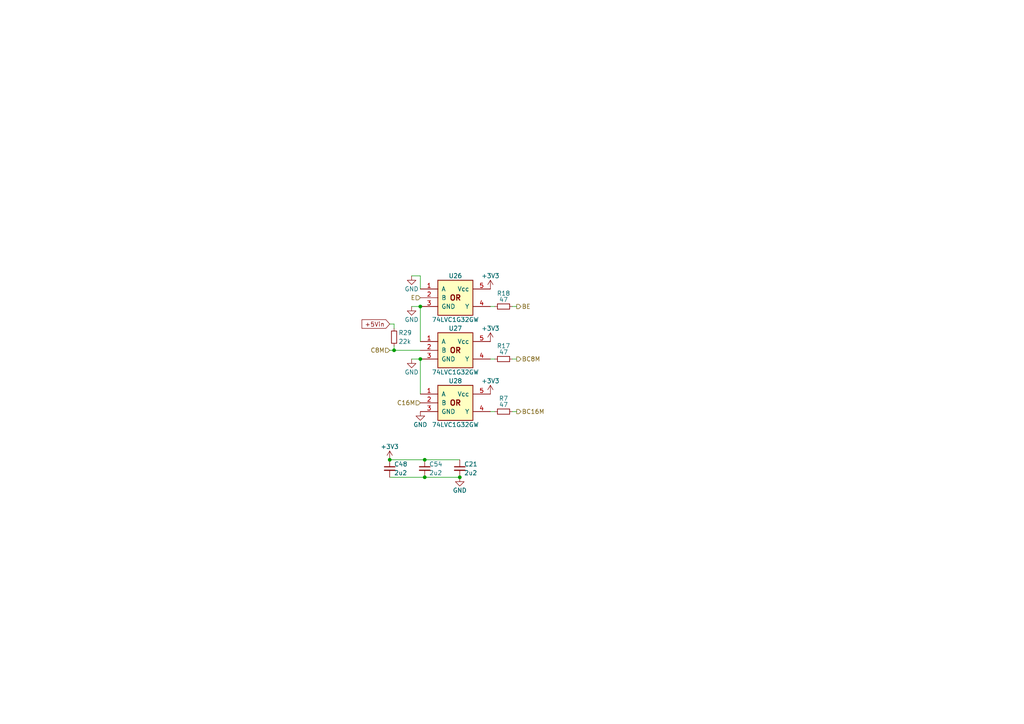
<source format=kicad_sch>
(kicad_sch (version 20231120) (generator "eeschema") (generator_version "8.0")
  (paper "A4")
  (title_block (title "WarpSE (GW4410A)") (date "2024-04-23") (rev "1.0") (company "Garrett's Workshop"))
  (lib_symbols
    (symbol "Device:C_Small" (pin_numbers hide) (pin_names (offset 0.254) hide)
      (property "Reference" "C" (at 0.254 1.778 0))
      (property "Value" "C_Small" (at 0.254 -2.032 0))
      (symbol "C_Small_0_1"
        (polyline (pts (xy -1.524 -0.508) (xy 1.524 -0.508)) (stroke (width 0.3302)))
        (polyline (pts (xy -1.524 0.508) (xy 1.524 0.508)) (stroke (width 0.3048)))
      )
      (symbol "C_Small_1_1"
        (pin passive line (at 0 2.54 270) (length 2.032) (name "~") (number "1"))
        (pin passive line (at 0 -2.54 90) (length 2.032) (name "~") (number "2"))
      )
    )
    (symbol "Device:R_Small" (pin_numbers hide) (pin_names (offset 0.254) hide)
      (property "Reference" "R" (at 0.762 0.508 0))
      (property "Value" "R_Small" (at 0.762 -1.016 0))
      (symbol "R_Small_0_1"
        (rectangle (start -0.762 1.778) (end 0.762 -1.778) (stroke (width 0.2032)))
      )
      (symbol "R_Small_1_1"
        (pin passive line (at 0 2.54 270) (length 0.762) (name "~") (number "1"))
        (pin passive line (at 0 -2.54 90) (length 0.762) (name "~") (number "2"))
      )
    )
    (symbol "GW_Logic:741G32GW" (pin_names (offset 1.016))
      (property "Reference" "U" (at 0 6.35 0))
      (property "Value" "741G32GW" (at 0 -6.35 0))
      (symbol "741G32GW_0_1"
        (rectangle (start -5.08 5.08) (end 5.08 -5.08) (stroke (width 0.254)) (fill (type background)))
      )
      (symbol "741G32GW_1_1"
        (text "OR" (at 0 0 0) (effects (font (size 1.524 1.524) (bold yes))))
        (pin input line (at -10.16 2.54 0) (length 5.08) (name "A") (number "1"))
        (pin input line (at -10.16 0 0) (length 5.08) (name "B") (number "2"))
        (pin power_in line (at -10.16 -2.54 0) (length 5.08) (name "GND") (number "3"))
        (pin output line (at 10.16 -2.54 180) (length 5.08) (name "Y") (number "4"))
        (pin power_in line (at 10.16 2.54 180) (length 5.08) (name "Vcc") (number "5"))
      )
    )
    (symbol "power:+3V3" (power) (pin_names (offset 0))
      (property "Value" "+3V3" (at 0 3.556 0))
      (symbol "+3V3_0_1"
        (polyline (pts (xy -0.762 1.27) (xy 0 2.54)))
        (polyline (pts (xy 0 0) (xy 0 2.54)))
        (polyline (pts (xy 0 2.54) (xy 0.762 1.27)))
      )
      (symbol "+3V3_1_1"
        (pin power_in line (at 0 0 90) (length 0) hide (name "+3V3") (number "1"))
      )
    )
    (symbol "power:GND" (power) (pin_names (offset 0))
      (property "Value" "GND" (at 0 -3.81 0))
      (symbol "GND_0_1"
        (polyline (pts (xy 0 0) (xy 0 -1.27) (xy 1.27 -1.27) (xy 0 -2.54) (xy -1.27 -1.27) (xy 0 -1.27)))
      )
      (symbol "GND_1_1"
        (pin power_in line (at 0 0 270) (length 0) hide (name "GND") (number "1"))
      )
    )
  )
  (junction (at 113.03 133.35))
  (junction (at 133.35 138.43))
  (junction (at 121.92 104.14))
  (junction (at 123.19 133.35))
  (junction (at 114.3 101.6))
  (junction (at 121.92 88.9))
  (junction (at 123.19 138.43))
  (wire (pts (xy 114.3 93.98) (xy 113.03 93.98)))
  (wire (pts (xy 119.38 80.01) (xy 121.92 80.01)))
  (wire (pts (xy 123.19 133.35) (xy 133.35 133.35)))
  (wire (pts (xy 121.92 80.01) (xy 121.92 83.82)))
  (wire (pts (xy 143.51 119.38) (xy 142.24 119.38)))
  (wire (pts (xy 123.19 138.43) (xy 133.35 138.43)))
  (wire (pts (xy 143.51 88.9) (xy 142.24 88.9)))
  (wire (pts (xy 143.51 104.14) (xy 142.24 104.14)))
  (wire (pts (xy 113.03 138.43) (xy 123.19 138.43)))
  (wire (pts (xy 121.92 104.14) (xy 121.92 114.3)))
  (wire (pts (xy 119.38 88.9) (xy 121.92 88.9)))
  (wire (pts (xy 121.92 88.9) (xy 121.92 99.06)))
  (wire (pts (xy 149.86 119.38) (xy 148.59 119.38)))
  (wire (pts (xy 114.3 100.33) (xy 114.3 101.6)))
  (wire (pts (xy 114.3 101.6) (xy 121.92 101.6)))
  (wire (pts (xy 114.3 93.98) (xy 114.3 95.25)))
  (wire (pts (xy 119.38 104.14) (xy 121.92 104.14)))
  (wire (pts (xy 113.03 133.35) (xy 123.19 133.35)))
  (wire (pts (xy 149.86 88.9) (xy 148.59 88.9)))
  (wire (pts (xy 149.86 104.14) (xy 148.59 104.14)))
  (wire (pts (xy 113.03 101.6) (xy 114.3 101.6)))
  (global_label "+5Vin" (shape input) (at 113.03 93.98 180) (property "Intersheetrefs" "${INTERSHEET_REFS}" (effects (hide yes))))
  (hierarchical_label "BE" (shape output) (at 149.86 88.9 0))
  (hierarchical_label "BC16M" (shape output) (at 149.86 119.38 0))
  (hierarchical_label "C16M" (shape input) (at 121.92 116.84 180))
  (hierarchical_label "E" (shape input) (at 121.92 86.36 180))
  (hierarchical_label "BC8M" (shape output) (at 149.86 104.14 0))
  (hierarchical_label "C8M" (shape input) (at 113.03 101.6 180))
  (symbol (lib_id "Device:C_Small") (at 113.03 135.89 0) (unit 1)
    (property "Reference" "C48" (at 114.3 134.62 0) (effects (justify left)))
    (property "Value" "2u2" (at 114.3 137.16 0) (effects (justify left)))
    (property "Footprint" "stdpads:C_0603" (effects (hide yes)))
    (property "LCSC Part" "C23630" (effects (hide yes)))
  )
  (symbol (lib_id "GW_Logic:741G32GW") (at 132.08 101.6 0) (unit 1)
    (property "Reference" "U27" (at 132.08 95.25 0))
    (property "Value" "74LVC1G32GW" (at 132.08 107.95 0))
    (property "Footprint" "stdpads:SOT-353" (effects (hide yes)))
    (property "LCSC Part" "C12516" (effects (hide yes)))
  )
  (symbol (lib_id "Device:R_Small") (at 146.05 88.9 270) (unit 1)
    (property "Reference" "R18" (at 146.05 85.09 90))
    (property "Value" "47" (at 146.05 87.63 90) (effects (justify bottom)))
    (property "Footprint" "stdpads:R_0603" (effects (hide yes)))
    (property "LCSC Part" "C23182" (effects (hide yes)))
  )
  (symbol (lib_id "power:GND") (at 121.92 119.38 0) (unit 1)
    (property "Reference" "#PWR02" (effects (hide yes)))
    (property "Value" "GND" (at 121.92 123.19 0))
  )
  (symbol (lib_id "power:GND") (at 133.35 138.43 0) (mirror y) (unit 1)
    (property "Reference" "#PWR019" (effects (hide yes)))
    (property "Value" "GND" (at 133.35 142.24 0))
  )
  (symbol (lib_id "Device:C_Small") (at 133.35 135.89 0) (unit 1)
    (property "Reference" "C21" (at 134.62 134.62 0) (effects (justify left)))
    (property "Value" "2u2" (at 134.62 137.16 0) (effects (justify left)))
    (property "Footprint" "stdpads:C_0603" (effects (hide yes)))
    (property "LCSC Part" "C23630" (effects (hide yes)))
  )
  (symbol (lib_id "Device:R_Small") (at 146.05 104.14 270) (unit 1)
    (property "Reference" "R17" (at 146.05 100.33 90))
    (property "Value" "47" (at 146.05 102.87 90) (effects (justify bottom)))
    (property "Footprint" "stdpads:R_0603" (effects (hide yes)))
    (property "LCSC Part" "C23182" (effects (hide yes)))
  )
  (symbol (lib_id "power:GND") (at 119.38 88.9 0) (unit 1)
    (property "Reference" "#PWR06" (effects (hide yes)))
    (property "Value" "GND" (at 119.38 92.71 0))
  )
  (symbol (lib_id "Device:C_Small") (at 123.19 135.89 0) (unit 1)
    (property "Reference" "C54" (at 124.46 134.62 0) (effects (justify left)))
    (property "Value" "2u2" (at 124.46 137.16 0) (effects (justify left)))
    (property "Footprint" "stdpads:C_0603" (effects (hide yes)))
    (property "LCSC Part" "C23630" (effects (hide yes)))
  )
  (symbol (lib_id "power:+3V3") (at 113.03 133.35 0) (unit 1)
    (property "Reference" "#PWR018" (effects (hide yes)))
    (property "Value" "+3V3" (at 113.03 129.54 0))
  )
  (symbol (lib_id "GW_Logic:741G32GW") (at 132.08 86.36 0) (unit 1)
    (property "Reference" "U26" (at 132.08 80.01 0))
    (property "Value" "74LVC1G32GW" (at 132.08 92.71 0))
    (property "Footprint" "stdpads:SOT-353" (effects (hide yes)))
    (property "LCSC Part" "C12516" (effects (hide yes)))
  )
  (symbol (lib_id "GW_Logic:741G32GW") (at 132.08 116.84 0) (unit 1)
    (property "Reference" "U28" (at 132.08 110.49 0))
    (property "Value" "74LVC1G32GW" (at 132.08 123.19 0))
    (property "Footprint" "stdpads:SOT-353" (effects (hide yes)))
    (property "LCSC Part" "C12516" (effects (hide yes)))
  )
  (symbol (lib_id "power:GND") (at 119.38 80.01 0) (unit 1)
    (property "Reference" "#PWR028" (effects (hide yes)))
    (property "Value" "GND" (at 119.38 83.82 0))
  )
  (symbol (lib_id "power:GND") (at 119.38 104.14 0) (unit 1)
    (property "Reference" "#PWR04" (effects (hide yes)))
    (property "Value" "GND" (at 119.38 107.95 0))
  )
  (symbol (lib_id "power:+3V3") (at 142.24 114.3 0) (unit 1)
    (property "Reference" "#PWR017" (effects (hide yes)))
    (property "Value" "+3V3" (at 142.24 110.49 0))
  )
  (symbol (lib_id "power:+3V3") (at 142.24 99.06 0) (unit 1)
    (property "Reference" "#PWR013" (effects (hide yes)))
    (property "Value" "+3V3" (at 142.24 95.25 0))
  )
  (symbol (lib_id "Device:R_Small") (at 146.05 119.38 270) (unit 1)
    (property "Reference" "R7" (at 146.05 115.57 90))
    (property "Value" "47" (at 146.05 118.11 90) (effects (justify bottom)))
    (property "Footprint" "stdpads:R_0603" (effects (hide yes)))
    (property "LCSC Part" "C23182" (effects (hide yes)))
  )
  (symbol (lib_id "Device:R_Small") (at 114.3 97.79 0) (unit 1)
    (property "Reference" "R29" (at 115.57 96.52 0) (effects (justify left)))
    (property "Value" "22k" (at 115.57 99.06 0) (effects (justify left)))
    (property "Footprint" "stdpads:R_0805" (effects (hide yes)))
    (property "Description" "Resistor, small symbol" (effects (hide yes)))
    (property "LCSC Part" "C17560" (effects (hide yes)))
  )
  (symbol (lib_id "power:+3V3") (at 142.24 83.82 0) (unit 1)
    (property "Reference" "#PWR016" (effects (hide yes)))
    (property "Value" "+3V3" (at 142.24 80.01 0))
  )
)
</source>
